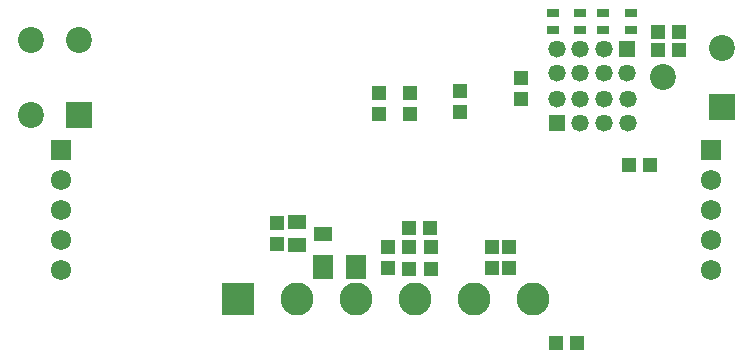
<source format=gbs>
G04 Layer_Color=16711935*
%FSLAX44Y44*%
%MOMM*%
G71*
G01*
G75*
%ADD47R,1.2000X1.2000*%
%ADD50R,1.2000X1.2000*%
%ADD66C,1.4700*%
%ADD67R,1.4700X1.4700*%
%ADD68C,2.2000*%
%ADD69R,2.2000X2.2000*%
%ADD70R,1.7240X1.7240*%
%ADD71C,1.7240*%
%ADD72C,2.8000*%
%ADD73R,2.8000X2.8000*%
%ADD74R,2.2000X2.2000*%
%ADD75R,1.6000X1.2000*%
%ADD76R,1.8000X2.0000*%
%ADD77R,1.1000X0.8000*%
D47*
X364500Y165000D02*
D03*
X382500D02*
D03*
X550500Y218500D02*
D03*
X568500D02*
D03*
X506760Y67270D02*
D03*
X488760D02*
D03*
X575500Y331000D02*
D03*
X593500D02*
D03*
X575500Y315500D02*
D03*
X593500D02*
D03*
D50*
X252750Y169500D02*
D03*
Y151500D02*
D03*
X346750Y148750D02*
D03*
Y130750D02*
D03*
X365000Y148500D02*
D03*
Y130500D02*
D03*
X383000Y148500D02*
D03*
Y130500D02*
D03*
X434500Y148750D02*
D03*
Y130750D02*
D03*
X449500D02*
D03*
Y148750D02*
D03*
X365680Y261470D02*
D03*
Y279470D02*
D03*
X407590Y262740D02*
D03*
Y280740D02*
D03*
X459000Y273750D02*
D03*
Y291750D02*
D03*
X339010Y261470D02*
D03*
Y279470D02*
D03*
D66*
X549750Y273750D02*
D03*
Y253750D02*
D03*
X529750Y273750D02*
D03*
Y253750D02*
D03*
X509750Y273750D02*
D03*
Y253750D02*
D03*
X489750Y273750D02*
D03*
X489500Y296500D02*
D03*
Y316500D02*
D03*
X509500Y296500D02*
D03*
Y316500D02*
D03*
X529500Y296500D02*
D03*
Y316500D02*
D03*
X549500Y296500D02*
D03*
D67*
X489750Y253750D02*
D03*
X549500Y316500D02*
D03*
D68*
X630000Y317500D02*
D03*
X580000Y292500D02*
D03*
X44500Y261000D02*
D03*
Y324000D02*
D03*
X85500D02*
D03*
D69*
X630000Y267500D02*
D03*
D70*
X70000Y230800D02*
D03*
X620000D02*
D03*
D71*
X70000Y205400D02*
D03*
Y180000D02*
D03*
Y154600D02*
D03*
Y129200D02*
D03*
X620000Y205400D02*
D03*
Y180000D02*
D03*
Y154600D02*
D03*
Y129200D02*
D03*
D72*
X420000Y105000D02*
D03*
X470000D02*
D03*
X370000D02*
D03*
X320000D02*
D03*
X270000D02*
D03*
D73*
X220000D02*
D03*
D74*
X85500Y261000D02*
D03*
D75*
X291500Y160250D02*
D03*
X269500Y150750D02*
D03*
Y169750D02*
D03*
D76*
X291500Y132000D02*
D03*
X319500D02*
D03*
D77*
X552250Y332250D02*
D03*
Y347250D02*
D03*
X529000Y332250D02*
D03*
Y347250D02*
D03*
X509000Y332250D02*
D03*
Y347250D02*
D03*
X486250Y332250D02*
D03*
Y347250D02*
D03*
M02*

</source>
